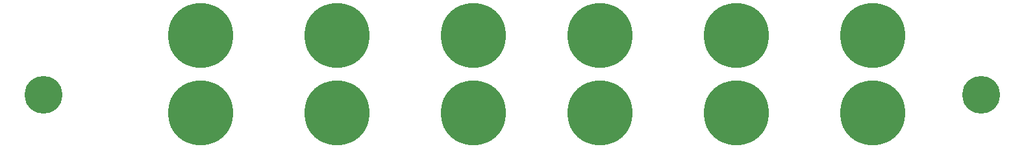
<source format=gbs>
G75*
%MOIN*%
%OFA0B0*%
%FSLAX25Y25*%
%IPPOS*%
%LPD*%
%AMOC8*
5,1,8,0,0,1.08239X$1,22.5*
%
%ADD10C,0.19498*%
%ADD11C,0.33422*%
D10*
X0055744Y0113461D03*
X0537033Y0113461D03*
D11*
X0136433Y0103933D03*
X0206433Y0103933D03*
X0276433Y0103933D03*
X0341433Y0103933D03*
X0411433Y0103933D03*
X0481433Y0103933D03*
X0481433Y0143933D03*
X0411433Y0143933D03*
X0341433Y0143933D03*
X0276433Y0143933D03*
X0206433Y0143933D03*
X0136433Y0143933D03*
M02*

</source>
